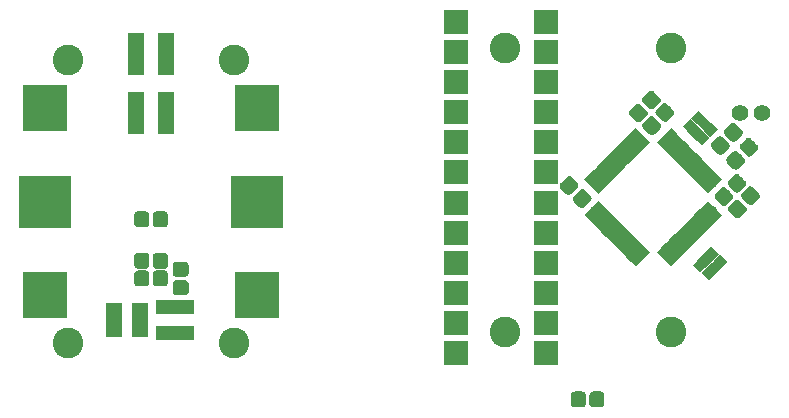
<source format=gbr>
G04 #@! TF.GenerationSoftware,KiCad,Pcbnew,(5.0.0)*
G04 #@! TF.CreationDate,2019-02-27T16:16:10+00:00*
G04 #@! TF.ProjectId,BubbleWatch,427562626C6557617463682E6B696361,rev?*
G04 #@! TF.SameCoordinates,Original*
G04 #@! TF.FileFunction,Soldermask,Top*
G04 #@! TF.FilePolarity,Negative*
%FSLAX46Y46*%
G04 Gerber Fmt 4.6, Leading zero omitted, Abs format (unit mm)*
G04 Created by KiCad (PCBNEW (5.0.0)) date 02/27/19 16:16:10*
%MOMM*%
%LPD*%
G01*
G04 APERTURE LIST*
%ADD10C,2.600000*%
%ADD11C,0.650000*%
%ADD12C,0.100000*%
%ADD13R,2.000000X2.000000*%
%ADD14C,0.720000*%
%ADD15C,1.400000*%
%ADD16R,3.700000X3.900000*%
%ADD17R,4.400000X4.400000*%
%ADD18C,1.275000*%
%ADD19R,3.300000X1.200000*%
%ADD20R,1.460000X1.050000*%
%ADD21R,1.400000X3.550000*%
G04 APERTURE END LIST*
D10*
G04 #@! TO.C,REF\002A\002A*
X148000000Y-90000000D03*
G04 #@! TD*
D11*
G04 #@! TO.C,U3*
X151544874Y-77482384D03*
D12*
G36*
X151916105Y-76651534D02*
X152375724Y-77111153D01*
X151173643Y-78313234D01*
X150714024Y-77853615D01*
X151916105Y-76651534D01*
X151916105Y-76651534D01*
G37*
D11*
X151191321Y-77128831D03*
D12*
G36*
X151562552Y-76297981D02*
X152022171Y-76757600D01*
X150820090Y-77959681D01*
X150360471Y-77500062D01*
X151562552Y-76297981D01*
X151562552Y-76297981D01*
G37*
D11*
X150837767Y-76775277D03*
D12*
G36*
X151208998Y-75944427D02*
X151668617Y-76404046D01*
X150466536Y-77606127D01*
X150006917Y-77146508D01*
X151208998Y-75944427D01*
X151208998Y-75944427D01*
G37*
D11*
X150484214Y-76421724D03*
D12*
G36*
X150855445Y-75590874D02*
X151315064Y-76050493D01*
X150112983Y-77252574D01*
X149653364Y-76792955D01*
X150855445Y-75590874D01*
X150855445Y-75590874D01*
G37*
D11*
X150130661Y-76068171D03*
D12*
G36*
X150501892Y-75237321D02*
X150961511Y-75696940D01*
X149759430Y-76899021D01*
X149299811Y-76439402D01*
X150501892Y-75237321D01*
X150501892Y-75237321D01*
G37*
D11*
X149777107Y-75714617D03*
D12*
G36*
X150148338Y-74883767D02*
X150607957Y-75343386D01*
X149405876Y-76545467D01*
X148946257Y-76085848D01*
X150148338Y-74883767D01*
X150148338Y-74883767D01*
G37*
D11*
X149423554Y-75361064D03*
D12*
G36*
X149794785Y-74530214D02*
X150254404Y-74989833D01*
X149052323Y-76191914D01*
X148592704Y-75732295D01*
X149794785Y-74530214D01*
X149794785Y-74530214D01*
G37*
D11*
X149070000Y-75007510D03*
D12*
G36*
X149441231Y-74176660D02*
X149900850Y-74636279D01*
X148698769Y-75838360D01*
X148239150Y-75378741D01*
X149441231Y-74176660D01*
X149441231Y-74176660D01*
G37*
D11*
X148716447Y-74653957D03*
D12*
G36*
X149087678Y-73823107D02*
X149547297Y-74282726D01*
X148345216Y-75484807D01*
X147885597Y-75025188D01*
X149087678Y-73823107D01*
X149087678Y-73823107D01*
G37*
D11*
X148362894Y-74300404D03*
D12*
G36*
X148734125Y-73469554D02*
X149193744Y-73929173D01*
X147991663Y-75131254D01*
X147532044Y-74671635D01*
X148734125Y-73469554D01*
X148734125Y-73469554D01*
G37*
D11*
X148009340Y-73946850D03*
D12*
G36*
X148380571Y-73116000D02*
X148840190Y-73575619D01*
X147638109Y-74777700D01*
X147178490Y-74318081D01*
X148380571Y-73116000D01*
X148380571Y-73116000D01*
G37*
D11*
X147655787Y-73593297D03*
D12*
G36*
X148027018Y-72762447D02*
X148486637Y-73222066D01*
X147284556Y-74424147D01*
X146824937Y-73964528D01*
X148027018Y-72762447D01*
X148027018Y-72762447D01*
G37*
D11*
X145393045Y-73593297D03*
D12*
G36*
X144562195Y-73222066D02*
X145021814Y-72762447D01*
X146223895Y-73964528D01*
X145764276Y-74424147D01*
X144562195Y-73222066D01*
X144562195Y-73222066D01*
G37*
D11*
X145039492Y-73946850D03*
D12*
G36*
X144208642Y-73575619D02*
X144668261Y-73116000D01*
X145870342Y-74318081D01*
X145410723Y-74777700D01*
X144208642Y-73575619D01*
X144208642Y-73575619D01*
G37*
D11*
X144685938Y-74300404D03*
D12*
G36*
X143855088Y-73929173D02*
X144314707Y-73469554D01*
X145516788Y-74671635D01*
X145057169Y-75131254D01*
X143855088Y-73929173D01*
X143855088Y-73929173D01*
G37*
D11*
X144332385Y-74653957D03*
D12*
G36*
X143501535Y-74282726D02*
X143961154Y-73823107D01*
X145163235Y-75025188D01*
X144703616Y-75484807D01*
X143501535Y-74282726D01*
X143501535Y-74282726D01*
G37*
D11*
X143978832Y-75007510D03*
D12*
G36*
X143147982Y-74636279D02*
X143607601Y-74176660D01*
X144809682Y-75378741D01*
X144350063Y-75838360D01*
X143147982Y-74636279D01*
X143147982Y-74636279D01*
G37*
D11*
X143625278Y-75361064D03*
D12*
G36*
X142794428Y-74989833D02*
X143254047Y-74530214D01*
X144456128Y-75732295D01*
X143996509Y-76191914D01*
X142794428Y-74989833D01*
X142794428Y-74989833D01*
G37*
D11*
X143271725Y-75714617D03*
D12*
G36*
X142440875Y-75343386D02*
X142900494Y-74883767D01*
X144102575Y-76085848D01*
X143642956Y-76545467D01*
X142440875Y-75343386D01*
X142440875Y-75343386D01*
G37*
D11*
X142918171Y-76068171D03*
D12*
G36*
X142087321Y-75696940D02*
X142546940Y-75237321D01*
X143749021Y-76439402D01*
X143289402Y-76899021D01*
X142087321Y-75696940D01*
X142087321Y-75696940D01*
G37*
D11*
X142564618Y-76421724D03*
D12*
G36*
X141733768Y-76050493D02*
X142193387Y-75590874D01*
X143395468Y-76792955D01*
X142935849Y-77252574D01*
X141733768Y-76050493D01*
X141733768Y-76050493D01*
G37*
D11*
X142211065Y-76775277D03*
D12*
G36*
X141380215Y-76404046D02*
X141839834Y-75944427D01*
X143041915Y-77146508D01*
X142582296Y-77606127D01*
X141380215Y-76404046D01*
X141380215Y-76404046D01*
G37*
D11*
X141857511Y-77128831D03*
D12*
G36*
X141026661Y-76757600D02*
X141486280Y-76297981D01*
X142688361Y-77500062D01*
X142228742Y-77959681D01*
X141026661Y-76757600D01*
X141026661Y-76757600D01*
G37*
D11*
X141503958Y-77482384D03*
D12*
G36*
X140673108Y-77111153D02*
X141132727Y-76651534D01*
X142334808Y-77853615D01*
X141875189Y-78313234D01*
X140673108Y-77111153D01*
X140673108Y-77111153D01*
G37*
D11*
X141503958Y-79745126D03*
D12*
G36*
X141875189Y-78914276D02*
X142334808Y-79373895D01*
X141132727Y-80575976D01*
X140673108Y-80116357D01*
X141875189Y-78914276D01*
X141875189Y-78914276D01*
G37*
D11*
X141857511Y-80098679D03*
D12*
G36*
X142228742Y-79267829D02*
X142688361Y-79727448D01*
X141486280Y-80929529D01*
X141026661Y-80469910D01*
X142228742Y-79267829D01*
X142228742Y-79267829D01*
G37*
D11*
X142211065Y-80452233D03*
D12*
G36*
X142582296Y-79621383D02*
X143041915Y-80081002D01*
X141839834Y-81283083D01*
X141380215Y-80823464D01*
X142582296Y-79621383D01*
X142582296Y-79621383D01*
G37*
D11*
X142564618Y-80805786D03*
D12*
G36*
X142935849Y-79974936D02*
X143395468Y-80434555D01*
X142193387Y-81636636D01*
X141733768Y-81177017D01*
X142935849Y-79974936D01*
X142935849Y-79974936D01*
G37*
D11*
X142918171Y-81159339D03*
D12*
G36*
X143289402Y-80328489D02*
X143749021Y-80788108D01*
X142546940Y-81990189D01*
X142087321Y-81530570D01*
X143289402Y-80328489D01*
X143289402Y-80328489D01*
G37*
D11*
X143271725Y-81512893D03*
D12*
G36*
X143642956Y-80682043D02*
X144102575Y-81141662D01*
X142900494Y-82343743D01*
X142440875Y-81884124D01*
X143642956Y-80682043D01*
X143642956Y-80682043D01*
G37*
D11*
X143625278Y-81866446D03*
D12*
G36*
X143996509Y-81035596D02*
X144456128Y-81495215D01*
X143254047Y-82697296D01*
X142794428Y-82237677D01*
X143996509Y-81035596D01*
X143996509Y-81035596D01*
G37*
D11*
X143978832Y-82220000D03*
D12*
G36*
X144350063Y-81389150D02*
X144809682Y-81848769D01*
X143607601Y-83050850D01*
X143147982Y-82591231D01*
X144350063Y-81389150D01*
X144350063Y-81389150D01*
G37*
D11*
X144332385Y-82573553D03*
D12*
G36*
X144703616Y-81742703D02*
X145163235Y-82202322D01*
X143961154Y-83404403D01*
X143501535Y-82944784D01*
X144703616Y-81742703D01*
X144703616Y-81742703D01*
G37*
D11*
X144685938Y-82927106D03*
D12*
G36*
X145057169Y-82096256D02*
X145516788Y-82555875D01*
X144314707Y-83757956D01*
X143855088Y-83298337D01*
X145057169Y-82096256D01*
X145057169Y-82096256D01*
G37*
D11*
X145039492Y-83280660D03*
D12*
G36*
X145410723Y-82449810D02*
X145870342Y-82909429D01*
X144668261Y-84111510D01*
X144208642Y-83651891D01*
X145410723Y-82449810D01*
X145410723Y-82449810D01*
G37*
D11*
X145393045Y-83634213D03*
D12*
G36*
X145764276Y-82803363D02*
X146223895Y-83262982D01*
X145021814Y-84465063D01*
X144562195Y-84005444D01*
X145764276Y-82803363D01*
X145764276Y-82803363D01*
G37*
D11*
X147655787Y-83634213D03*
D12*
G36*
X146824937Y-83262982D02*
X147284556Y-82803363D01*
X148486637Y-84005444D01*
X148027018Y-84465063D01*
X146824937Y-83262982D01*
X146824937Y-83262982D01*
G37*
D11*
X148009340Y-83280660D03*
D12*
G36*
X147178490Y-82909429D02*
X147638109Y-82449810D01*
X148840190Y-83651891D01*
X148380571Y-84111510D01*
X147178490Y-82909429D01*
X147178490Y-82909429D01*
G37*
D11*
X148362894Y-82927106D03*
D12*
G36*
X147532044Y-82555875D02*
X147991663Y-82096256D01*
X149193744Y-83298337D01*
X148734125Y-83757956D01*
X147532044Y-82555875D01*
X147532044Y-82555875D01*
G37*
D11*
X148716447Y-82573553D03*
D12*
G36*
X147885597Y-82202322D02*
X148345216Y-81742703D01*
X149547297Y-82944784D01*
X149087678Y-83404403D01*
X147885597Y-82202322D01*
X147885597Y-82202322D01*
G37*
D11*
X149070000Y-82220000D03*
D12*
G36*
X148239150Y-81848769D02*
X148698769Y-81389150D01*
X149900850Y-82591231D01*
X149441231Y-83050850D01*
X148239150Y-81848769D01*
X148239150Y-81848769D01*
G37*
D11*
X149423554Y-81866446D03*
D12*
G36*
X148592704Y-81495215D02*
X149052323Y-81035596D01*
X150254404Y-82237677D01*
X149794785Y-82697296D01*
X148592704Y-81495215D01*
X148592704Y-81495215D01*
G37*
D11*
X149777107Y-81512893D03*
D12*
G36*
X148946257Y-81141662D02*
X149405876Y-80682043D01*
X150607957Y-81884124D01*
X150148338Y-82343743D01*
X148946257Y-81141662D01*
X148946257Y-81141662D01*
G37*
D11*
X150130661Y-81159339D03*
D12*
G36*
X149299811Y-80788108D02*
X149759430Y-80328489D01*
X150961511Y-81530570D01*
X150501892Y-81990189D01*
X149299811Y-80788108D01*
X149299811Y-80788108D01*
G37*
D11*
X150484214Y-80805786D03*
D12*
G36*
X149653364Y-80434555D02*
X150112983Y-79974936D01*
X151315064Y-81177017D01*
X150855445Y-81636636D01*
X149653364Y-80434555D01*
X149653364Y-80434555D01*
G37*
D11*
X150837767Y-80452233D03*
D12*
G36*
X150006917Y-80081002D02*
X150466536Y-79621383D01*
X151668617Y-80823464D01*
X151208998Y-81283083D01*
X150006917Y-80081002D01*
X150006917Y-80081002D01*
G37*
D11*
X151191321Y-80098679D03*
D12*
G36*
X150360471Y-79727448D02*
X150820090Y-79267829D01*
X152022171Y-80469910D01*
X151562552Y-80929529D01*
X150360471Y-79727448D01*
X150360471Y-79727448D01*
G37*
D11*
X151544874Y-79745126D03*
D12*
G36*
X150714024Y-79373895D02*
X151173643Y-78914276D01*
X152375724Y-80116357D01*
X151916105Y-80575976D01*
X150714024Y-79373895D01*
X150714024Y-79373895D01*
G37*
G04 #@! TD*
D13*
G04 #@! TO.C,U2*
X129790000Y-79150000D03*
X137410000Y-91850000D03*
X129790000Y-81690000D03*
X137410000Y-89310000D03*
X129790000Y-84230000D03*
X137410000Y-86770000D03*
X129790000Y-86770000D03*
X137410000Y-84230000D03*
X129790000Y-89310000D03*
X137410000Y-81690000D03*
X129790000Y-91850000D03*
X137410000Y-79150000D03*
G04 #@! TD*
D14*
G04 #@! TO.C,RN2*
X151146446Y-85103553D03*
D12*
G36*
X150573690Y-85039913D02*
X151082806Y-84530797D01*
X151719202Y-85167193D01*
X151210086Y-85676309D01*
X150573690Y-85039913D01*
X150573690Y-85039913D01*
G37*
D14*
X151500000Y-84750000D03*
D12*
G36*
X150927244Y-84686360D02*
X151436360Y-84177244D01*
X152072756Y-84813640D01*
X151563640Y-85322756D01*
X150927244Y-84686360D01*
X150927244Y-84686360D01*
G37*
D14*
X152207106Y-84042893D03*
D12*
G36*
X151634350Y-83979253D02*
X152143466Y-83470137D01*
X152779862Y-84106533D01*
X152270746Y-84615649D01*
X151634350Y-83979253D01*
X151634350Y-83979253D01*
G37*
D14*
X151853553Y-84396447D03*
D12*
G36*
X151280797Y-84332807D02*
X151789913Y-83823691D01*
X152426309Y-84460087D01*
X151917193Y-84969203D01*
X151280797Y-84332807D01*
X151280797Y-84332807D01*
G37*
D14*
X150439340Y-84396447D03*
D12*
G36*
X149866584Y-84332807D02*
X150375700Y-83823691D01*
X151012096Y-84460087D01*
X150502980Y-84969203D01*
X149866584Y-84332807D01*
X149866584Y-84332807D01*
G37*
D14*
X151146446Y-83689340D03*
D12*
G36*
X150573690Y-83625700D02*
X151082806Y-83116584D01*
X151719202Y-83752980D01*
X151210086Y-84262096D01*
X150573690Y-83625700D01*
X150573690Y-83625700D01*
G37*
D14*
X150792893Y-84042893D03*
D12*
G36*
X150220137Y-83979253D02*
X150729253Y-83470137D01*
X151365649Y-84106533D01*
X150856533Y-84615649D01*
X150220137Y-83979253D01*
X150220137Y-83979253D01*
G37*
D14*
X151500000Y-83335787D03*
D12*
G36*
X150927244Y-83272147D02*
X151436360Y-82763031D01*
X152072756Y-83399427D01*
X151563640Y-83908543D01*
X150927244Y-83272147D01*
X150927244Y-83272147D01*
G37*
G04 #@! TD*
D15*
G04 #@! TO.C,Y1*
X153850000Y-71500000D03*
X155750000Y-71500000D03*
G04 #@! TD*
D13*
G04 #@! TO.C,U1*
X137410000Y-63750000D03*
X129790000Y-76450000D03*
X137410000Y-66290000D03*
X129790000Y-73910000D03*
X137410000Y-68830000D03*
X129790000Y-71370000D03*
X137410000Y-71370000D03*
X129790000Y-68830000D03*
X137410000Y-73910000D03*
X129790000Y-66290000D03*
X137410000Y-76450000D03*
X129790000Y-63750000D03*
G04 #@! TD*
D10*
G04 #@! TO.C,REF\002A\002A*
X134000000Y-90000000D03*
G04 #@! TD*
G04 #@! TO.C,REF\002A\002A*
X148000000Y-66000000D03*
G04 #@! TD*
G04 #@! TO.C,REF\002A\002A*
X134000000Y-66000000D03*
G04 #@! TD*
G04 #@! TO.C,REF\002A\002A*
X97000000Y-67000000D03*
G04 #@! TD*
G04 #@! TO.C,REF\002A\002A*
X111000000Y-67000000D03*
G04 #@! TD*
G04 #@! TO.C,REF\002A\002A*
X111000000Y-91000000D03*
G04 #@! TD*
G04 #@! TO.C,REF\002A\002A*
X97000000Y-91000000D03*
G04 #@! TD*
D16*
G04 #@! TO.C,BT1*
X113000000Y-86900000D03*
X113000000Y-71100000D03*
D17*
X113000000Y-79000000D03*
G04 #@! TD*
G04 #@! TO.C,BT2*
X95000000Y-79000000D03*
D16*
X95000000Y-86900000D03*
X95000000Y-71100000D03*
G04 #@! TD*
D12*
G04 #@! TO.C,C1*
G36*
X145254726Y-70705488D02*
X145285668Y-70710078D01*
X145316011Y-70717678D01*
X145345463Y-70728216D01*
X145373741Y-70741591D01*
X145400571Y-70757672D01*
X145425696Y-70776306D01*
X145448873Y-70797313D01*
X145952687Y-71301127D01*
X145973694Y-71324304D01*
X145992328Y-71349429D01*
X146008409Y-71376259D01*
X146021784Y-71404537D01*
X146032322Y-71433989D01*
X146039922Y-71464332D01*
X146044512Y-71495274D01*
X146046047Y-71526517D01*
X146044512Y-71557760D01*
X146039922Y-71588702D01*
X146032322Y-71619045D01*
X146021784Y-71648497D01*
X146008409Y-71676775D01*
X145992328Y-71703605D01*
X145973694Y-71728730D01*
X145952687Y-71751907D01*
X145501907Y-72202687D01*
X145478730Y-72223694D01*
X145453605Y-72242328D01*
X145426775Y-72258409D01*
X145398497Y-72271784D01*
X145369045Y-72282322D01*
X145338702Y-72289922D01*
X145307760Y-72294512D01*
X145276517Y-72296047D01*
X145245274Y-72294512D01*
X145214332Y-72289922D01*
X145183989Y-72282322D01*
X145154537Y-72271784D01*
X145126259Y-72258409D01*
X145099429Y-72242328D01*
X145074304Y-72223694D01*
X145051127Y-72202687D01*
X144547313Y-71698873D01*
X144526306Y-71675696D01*
X144507672Y-71650571D01*
X144491591Y-71623741D01*
X144478216Y-71595463D01*
X144467678Y-71566011D01*
X144460078Y-71535668D01*
X144455488Y-71504726D01*
X144453953Y-71473483D01*
X144455488Y-71442240D01*
X144460078Y-71411298D01*
X144467678Y-71380955D01*
X144478216Y-71351503D01*
X144491591Y-71323225D01*
X144507672Y-71296395D01*
X144526306Y-71271270D01*
X144547313Y-71248093D01*
X144998093Y-70797313D01*
X145021270Y-70776306D01*
X145046395Y-70757672D01*
X145073225Y-70741591D01*
X145101503Y-70728216D01*
X145130955Y-70717678D01*
X145161298Y-70710078D01*
X145192240Y-70705488D01*
X145223483Y-70703953D01*
X145254726Y-70705488D01*
X145254726Y-70705488D01*
G37*
D18*
X145250000Y-71500000D03*
D12*
G36*
X146368420Y-69591794D02*
X146399362Y-69596384D01*
X146429705Y-69603984D01*
X146459157Y-69614522D01*
X146487435Y-69627897D01*
X146514265Y-69643978D01*
X146539390Y-69662612D01*
X146562567Y-69683619D01*
X147066381Y-70187433D01*
X147087388Y-70210610D01*
X147106022Y-70235735D01*
X147122103Y-70262565D01*
X147135478Y-70290843D01*
X147146016Y-70320295D01*
X147153616Y-70350638D01*
X147158206Y-70381580D01*
X147159741Y-70412823D01*
X147158206Y-70444066D01*
X147153616Y-70475008D01*
X147146016Y-70505351D01*
X147135478Y-70534803D01*
X147122103Y-70563081D01*
X147106022Y-70589911D01*
X147087388Y-70615036D01*
X147066381Y-70638213D01*
X146615601Y-71088993D01*
X146592424Y-71110000D01*
X146567299Y-71128634D01*
X146540469Y-71144715D01*
X146512191Y-71158090D01*
X146482739Y-71168628D01*
X146452396Y-71176228D01*
X146421454Y-71180818D01*
X146390211Y-71182353D01*
X146358968Y-71180818D01*
X146328026Y-71176228D01*
X146297683Y-71168628D01*
X146268231Y-71158090D01*
X146239953Y-71144715D01*
X146213123Y-71128634D01*
X146187998Y-71110000D01*
X146164821Y-71088993D01*
X145661007Y-70585179D01*
X145640000Y-70562002D01*
X145621366Y-70536877D01*
X145605285Y-70510047D01*
X145591910Y-70481769D01*
X145581372Y-70452317D01*
X145573772Y-70421974D01*
X145569182Y-70391032D01*
X145567647Y-70359789D01*
X145569182Y-70328546D01*
X145573772Y-70297604D01*
X145581372Y-70267261D01*
X145591910Y-70237809D01*
X145605285Y-70209531D01*
X145621366Y-70182701D01*
X145640000Y-70157576D01*
X145661007Y-70134399D01*
X146111787Y-69683619D01*
X146134964Y-69662612D01*
X146160089Y-69643978D01*
X146186919Y-69627897D01*
X146215197Y-69614522D01*
X146244649Y-69603984D01*
X146274992Y-69596384D01*
X146305934Y-69591794D01*
X146337177Y-69590259D01*
X146368420Y-69591794D01*
X146368420Y-69591794D01*
G37*
D18*
X146363694Y-70386306D03*
G04 #@! TD*
D12*
G04 #@! TO.C,C2*
G36*
X153641032Y-78819182D02*
X153671974Y-78823772D01*
X153702317Y-78831372D01*
X153731769Y-78841910D01*
X153760047Y-78855285D01*
X153786877Y-78871366D01*
X153812002Y-78890000D01*
X153835179Y-78911007D01*
X154338993Y-79414821D01*
X154360000Y-79437998D01*
X154378634Y-79463123D01*
X154394715Y-79489953D01*
X154408090Y-79518231D01*
X154418628Y-79547683D01*
X154426228Y-79578026D01*
X154430818Y-79608968D01*
X154432353Y-79640211D01*
X154430818Y-79671454D01*
X154426228Y-79702396D01*
X154418628Y-79732739D01*
X154408090Y-79762191D01*
X154394715Y-79790469D01*
X154378634Y-79817299D01*
X154360000Y-79842424D01*
X154338993Y-79865601D01*
X153888213Y-80316381D01*
X153865036Y-80337388D01*
X153839911Y-80356022D01*
X153813081Y-80372103D01*
X153784803Y-80385478D01*
X153755351Y-80396016D01*
X153725008Y-80403616D01*
X153694066Y-80408206D01*
X153662823Y-80409741D01*
X153631580Y-80408206D01*
X153600638Y-80403616D01*
X153570295Y-80396016D01*
X153540843Y-80385478D01*
X153512565Y-80372103D01*
X153485735Y-80356022D01*
X153460610Y-80337388D01*
X153437433Y-80316381D01*
X152933619Y-79812567D01*
X152912612Y-79789390D01*
X152893978Y-79764265D01*
X152877897Y-79737435D01*
X152864522Y-79709157D01*
X152853984Y-79679705D01*
X152846384Y-79649362D01*
X152841794Y-79618420D01*
X152840259Y-79587177D01*
X152841794Y-79555934D01*
X152846384Y-79524992D01*
X152853984Y-79494649D01*
X152864522Y-79465197D01*
X152877897Y-79436919D01*
X152893978Y-79410089D01*
X152912612Y-79384964D01*
X152933619Y-79361787D01*
X153384399Y-78911007D01*
X153407576Y-78890000D01*
X153432701Y-78871366D01*
X153459531Y-78855285D01*
X153487809Y-78841910D01*
X153517261Y-78831372D01*
X153547604Y-78823772D01*
X153578546Y-78819182D01*
X153609789Y-78817647D01*
X153641032Y-78819182D01*
X153641032Y-78819182D01*
G37*
D18*
X153636306Y-79613694D03*
D12*
G36*
X154754726Y-77705488D02*
X154785668Y-77710078D01*
X154816011Y-77717678D01*
X154845463Y-77728216D01*
X154873741Y-77741591D01*
X154900571Y-77757672D01*
X154925696Y-77776306D01*
X154948873Y-77797313D01*
X155452687Y-78301127D01*
X155473694Y-78324304D01*
X155492328Y-78349429D01*
X155508409Y-78376259D01*
X155521784Y-78404537D01*
X155532322Y-78433989D01*
X155539922Y-78464332D01*
X155544512Y-78495274D01*
X155546047Y-78526517D01*
X155544512Y-78557760D01*
X155539922Y-78588702D01*
X155532322Y-78619045D01*
X155521784Y-78648497D01*
X155508409Y-78676775D01*
X155492328Y-78703605D01*
X155473694Y-78728730D01*
X155452687Y-78751907D01*
X155001907Y-79202687D01*
X154978730Y-79223694D01*
X154953605Y-79242328D01*
X154926775Y-79258409D01*
X154898497Y-79271784D01*
X154869045Y-79282322D01*
X154838702Y-79289922D01*
X154807760Y-79294512D01*
X154776517Y-79296047D01*
X154745274Y-79294512D01*
X154714332Y-79289922D01*
X154683989Y-79282322D01*
X154654537Y-79271784D01*
X154626259Y-79258409D01*
X154599429Y-79242328D01*
X154574304Y-79223694D01*
X154551127Y-79202687D01*
X154047313Y-78698873D01*
X154026306Y-78675696D01*
X154007672Y-78650571D01*
X153991591Y-78623741D01*
X153978216Y-78595463D01*
X153967678Y-78566011D01*
X153960078Y-78535668D01*
X153955488Y-78504726D01*
X153953953Y-78473483D01*
X153955488Y-78442240D01*
X153960078Y-78411298D01*
X153967678Y-78380955D01*
X153978216Y-78351503D01*
X153991591Y-78323225D01*
X154007672Y-78296395D01*
X154026306Y-78271270D01*
X154047313Y-78248093D01*
X154498093Y-77797313D01*
X154521270Y-77776306D01*
X154546395Y-77757672D01*
X154573225Y-77741591D01*
X154601503Y-77728216D01*
X154630955Y-77717678D01*
X154661298Y-77710078D01*
X154692240Y-77705488D01*
X154723483Y-77703953D01*
X154754726Y-77705488D01*
X154754726Y-77705488D01*
G37*
D18*
X154750000Y-78500000D03*
G04 #@! TD*
D12*
G04 #@! TO.C,C3*
G36*
X139444066Y-76841794D02*
X139475008Y-76846384D01*
X139505351Y-76853984D01*
X139534803Y-76864522D01*
X139563081Y-76877897D01*
X139589911Y-76893978D01*
X139615036Y-76912612D01*
X139638213Y-76933619D01*
X140088993Y-77384399D01*
X140110000Y-77407576D01*
X140128634Y-77432701D01*
X140144715Y-77459531D01*
X140158090Y-77487809D01*
X140168628Y-77517261D01*
X140176228Y-77547604D01*
X140180818Y-77578546D01*
X140182353Y-77609789D01*
X140180818Y-77641032D01*
X140176228Y-77671974D01*
X140168628Y-77702317D01*
X140158090Y-77731769D01*
X140144715Y-77760047D01*
X140128634Y-77786877D01*
X140110000Y-77812002D01*
X140088993Y-77835179D01*
X139585179Y-78338993D01*
X139562002Y-78360000D01*
X139536877Y-78378634D01*
X139510047Y-78394715D01*
X139481769Y-78408090D01*
X139452317Y-78418628D01*
X139421974Y-78426228D01*
X139391032Y-78430818D01*
X139359789Y-78432353D01*
X139328546Y-78430818D01*
X139297604Y-78426228D01*
X139267261Y-78418628D01*
X139237809Y-78408090D01*
X139209531Y-78394715D01*
X139182701Y-78378634D01*
X139157576Y-78360000D01*
X139134399Y-78338993D01*
X138683619Y-77888213D01*
X138662612Y-77865036D01*
X138643978Y-77839911D01*
X138627897Y-77813081D01*
X138614522Y-77784803D01*
X138603984Y-77755351D01*
X138596384Y-77725008D01*
X138591794Y-77694066D01*
X138590259Y-77662823D01*
X138591794Y-77631580D01*
X138596384Y-77600638D01*
X138603984Y-77570295D01*
X138614522Y-77540843D01*
X138627897Y-77512565D01*
X138643978Y-77485735D01*
X138662612Y-77460610D01*
X138683619Y-77437433D01*
X139187433Y-76933619D01*
X139210610Y-76912612D01*
X139235735Y-76893978D01*
X139262565Y-76877897D01*
X139290843Y-76864522D01*
X139320295Y-76853984D01*
X139350638Y-76846384D01*
X139381580Y-76841794D01*
X139412823Y-76840259D01*
X139444066Y-76841794D01*
X139444066Y-76841794D01*
G37*
D18*
X139386306Y-77636306D03*
D12*
G36*
X140557760Y-77955488D02*
X140588702Y-77960078D01*
X140619045Y-77967678D01*
X140648497Y-77978216D01*
X140676775Y-77991591D01*
X140703605Y-78007672D01*
X140728730Y-78026306D01*
X140751907Y-78047313D01*
X141202687Y-78498093D01*
X141223694Y-78521270D01*
X141242328Y-78546395D01*
X141258409Y-78573225D01*
X141271784Y-78601503D01*
X141282322Y-78630955D01*
X141289922Y-78661298D01*
X141294512Y-78692240D01*
X141296047Y-78723483D01*
X141294512Y-78754726D01*
X141289922Y-78785668D01*
X141282322Y-78816011D01*
X141271784Y-78845463D01*
X141258409Y-78873741D01*
X141242328Y-78900571D01*
X141223694Y-78925696D01*
X141202687Y-78948873D01*
X140698873Y-79452687D01*
X140675696Y-79473694D01*
X140650571Y-79492328D01*
X140623741Y-79508409D01*
X140595463Y-79521784D01*
X140566011Y-79532322D01*
X140535668Y-79539922D01*
X140504726Y-79544512D01*
X140473483Y-79546047D01*
X140442240Y-79544512D01*
X140411298Y-79539922D01*
X140380955Y-79532322D01*
X140351503Y-79521784D01*
X140323225Y-79508409D01*
X140296395Y-79492328D01*
X140271270Y-79473694D01*
X140248093Y-79452687D01*
X139797313Y-79001907D01*
X139776306Y-78978730D01*
X139757672Y-78953605D01*
X139741591Y-78926775D01*
X139728216Y-78898497D01*
X139717678Y-78869045D01*
X139710078Y-78838702D01*
X139705488Y-78807760D01*
X139703953Y-78776517D01*
X139705488Y-78745274D01*
X139710078Y-78714332D01*
X139717678Y-78683989D01*
X139728216Y-78654537D01*
X139741591Y-78626259D01*
X139757672Y-78599429D01*
X139776306Y-78574304D01*
X139797313Y-78551127D01*
X140301127Y-78047313D01*
X140324304Y-78026306D01*
X140349429Y-78007672D01*
X140376259Y-77991591D01*
X140404537Y-77978216D01*
X140433989Y-77967678D01*
X140464332Y-77960078D01*
X140495274Y-77955488D01*
X140526517Y-77953953D01*
X140557760Y-77955488D01*
X140557760Y-77955488D01*
G37*
D18*
X140500000Y-78750000D03*
G04 #@! TD*
D12*
G04 #@! TO.C,C4*
G36*
X146391032Y-71762335D02*
X146421974Y-71766925D01*
X146452317Y-71774525D01*
X146481769Y-71785063D01*
X146510047Y-71798438D01*
X146536877Y-71814519D01*
X146562002Y-71833153D01*
X146585179Y-71854160D01*
X147088993Y-72357974D01*
X147110000Y-72381151D01*
X147128634Y-72406276D01*
X147144715Y-72433106D01*
X147158090Y-72461384D01*
X147168628Y-72490836D01*
X147176228Y-72521179D01*
X147180818Y-72552121D01*
X147182353Y-72583364D01*
X147180818Y-72614607D01*
X147176228Y-72645549D01*
X147168628Y-72675892D01*
X147158090Y-72705344D01*
X147144715Y-72733622D01*
X147128634Y-72760452D01*
X147110000Y-72785577D01*
X147088993Y-72808754D01*
X146638213Y-73259534D01*
X146615036Y-73280541D01*
X146589911Y-73299175D01*
X146563081Y-73315256D01*
X146534803Y-73328631D01*
X146505351Y-73339169D01*
X146475008Y-73346769D01*
X146444066Y-73351359D01*
X146412823Y-73352894D01*
X146381580Y-73351359D01*
X146350638Y-73346769D01*
X146320295Y-73339169D01*
X146290843Y-73328631D01*
X146262565Y-73315256D01*
X146235735Y-73299175D01*
X146210610Y-73280541D01*
X146187433Y-73259534D01*
X145683619Y-72755720D01*
X145662612Y-72732543D01*
X145643978Y-72707418D01*
X145627897Y-72680588D01*
X145614522Y-72652310D01*
X145603984Y-72622858D01*
X145596384Y-72592515D01*
X145591794Y-72561573D01*
X145590259Y-72530330D01*
X145591794Y-72499087D01*
X145596384Y-72468145D01*
X145603984Y-72437802D01*
X145614522Y-72408350D01*
X145627897Y-72380072D01*
X145643978Y-72353242D01*
X145662612Y-72328117D01*
X145683619Y-72304940D01*
X146134399Y-71854160D01*
X146157576Y-71833153D01*
X146182701Y-71814519D01*
X146209531Y-71798438D01*
X146237809Y-71785063D01*
X146267261Y-71774525D01*
X146297604Y-71766925D01*
X146328546Y-71762335D01*
X146359789Y-71760800D01*
X146391032Y-71762335D01*
X146391032Y-71762335D01*
G37*
D18*
X146386306Y-72556847D03*
D12*
G36*
X147504726Y-70648641D02*
X147535668Y-70653231D01*
X147566011Y-70660831D01*
X147595463Y-70671369D01*
X147623741Y-70684744D01*
X147650571Y-70700825D01*
X147675696Y-70719459D01*
X147698873Y-70740466D01*
X148202687Y-71244280D01*
X148223694Y-71267457D01*
X148242328Y-71292582D01*
X148258409Y-71319412D01*
X148271784Y-71347690D01*
X148282322Y-71377142D01*
X148289922Y-71407485D01*
X148294512Y-71438427D01*
X148296047Y-71469670D01*
X148294512Y-71500913D01*
X148289922Y-71531855D01*
X148282322Y-71562198D01*
X148271784Y-71591650D01*
X148258409Y-71619928D01*
X148242328Y-71646758D01*
X148223694Y-71671883D01*
X148202687Y-71695060D01*
X147751907Y-72145840D01*
X147728730Y-72166847D01*
X147703605Y-72185481D01*
X147676775Y-72201562D01*
X147648497Y-72214937D01*
X147619045Y-72225475D01*
X147588702Y-72233075D01*
X147557760Y-72237665D01*
X147526517Y-72239200D01*
X147495274Y-72237665D01*
X147464332Y-72233075D01*
X147433989Y-72225475D01*
X147404537Y-72214937D01*
X147376259Y-72201562D01*
X147349429Y-72185481D01*
X147324304Y-72166847D01*
X147301127Y-72145840D01*
X146797313Y-71642026D01*
X146776306Y-71618849D01*
X146757672Y-71593724D01*
X146741591Y-71566894D01*
X146728216Y-71538616D01*
X146717678Y-71509164D01*
X146710078Y-71478821D01*
X146705488Y-71447879D01*
X146703953Y-71416636D01*
X146705488Y-71385393D01*
X146710078Y-71354451D01*
X146717678Y-71324108D01*
X146728216Y-71294656D01*
X146741591Y-71266378D01*
X146757672Y-71239548D01*
X146776306Y-71214423D01*
X146797313Y-71191246D01*
X147248093Y-70740466D01*
X147271270Y-70719459D01*
X147296395Y-70700825D01*
X147323225Y-70684744D01*
X147351503Y-70671369D01*
X147380955Y-70660831D01*
X147411298Y-70653231D01*
X147442240Y-70648641D01*
X147473483Y-70647106D01*
X147504726Y-70648641D01*
X147504726Y-70648641D01*
G37*
D18*
X147500000Y-71443153D03*
G04 #@! TD*
D12*
G04 #@! TO.C,C5*
G36*
X153618420Y-76648641D02*
X153649362Y-76653231D01*
X153679705Y-76660831D01*
X153709157Y-76671369D01*
X153737435Y-76684744D01*
X153764265Y-76700825D01*
X153789390Y-76719459D01*
X153812567Y-76740466D01*
X154316381Y-77244280D01*
X154337388Y-77267457D01*
X154356022Y-77292582D01*
X154372103Y-77319412D01*
X154385478Y-77347690D01*
X154396016Y-77377142D01*
X154403616Y-77407485D01*
X154408206Y-77438427D01*
X154409741Y-77469670D01*
X154408206Y-77500913D01*
X154403616Y-77531855D01*
X154396016Y-77562198D01*
X154385478Y-77591650D01*
X154372103Y-77619928D01*
X154356022Y-77646758D01*
X154337388Y-77671883D01*
X154316381Y-77695060D01*
X153865601Y-78145840D01*
X153842424Y-78166847D01*
X153817299Y-78185481D01*
X153790469Y-78201562D01*
X153762191Y-78214937D01*
X153732739Y-78225475D01*
X153702396Y-78233075D01*
X153671454Y-78237665D01*
X153640211Y-78239200D01*
X153608968Y-78237665D01*
X153578026Y-78233075D01*
X153547683Y-78225475D01*
X153518231Y-78214937D01*
X153489953Y-78201562D01*
X153463123Y-78185481D01*
X153437998Y-78166847D01*
X153414821Y-78145840D01*
X152911007Y-77642026D01*
X152890000Y-77618849D01*
X152871366Y-77593724D01*
X152855285Y-77566894D01*
X152841910Y-77538616D01*
X152831372Y-77509164D01*
X152823772Y-77478821D01*
X152819182Y-77447879D01*
X152817647Y-77416636D01*
X152819182Y-77385393D01*
X152823772Y-77354451D01*
X152831372Y-77324108D01*
X152841910Y-77294656D01*
X152855285Y-77266378D01*
X152871366Y-77239548D01*
X152890000Y-77214423D01*
X152911007Y-77191246D01*
X153361787Y-76740466D01*
X153384964Y-76719459D01*
X153410089Y-76700825D01*
X153436919Y-76684744D01*
X153465197Y-76671369D01*
X153494649Y-76660831D01*
X153524992Y-76653231D01*
X153555934Y-76648641D01*
X153587177Y-76647106D01*
X153618420Y-76648641D01*
X153618420Y-76648641D01*
G37*
D18*
X153613694Y-77443153D03*
D12*
G36*
X152504726Y-77762335D02*
X152535668Y-77766925D01*
X152566011Y-77774525D01*
X152595463Y-77785063D01*
X152623741Y-77798438D01*
X152650571Y-77814519D01*
X152675696Y-77833153D01*
X152698873Y-77854160D01*
X153202687Y-78357974D01*
X153223694Y-78381151D01*
X153242328Y-78406276D01*
X153258409Y-78433106D01*
X153271784Y-78461384D01*
X153282322Y-78490836D01*
X153289922Y-78521179D01*
X153294512Y-78552121D01*
X153296047Y-78583364D01*
X153294512Y-78614607D01*
X153289922Y-78645549D01*
X153282322Y-78675892D01*
X153271784Y-78705344D01*
X153258409Y-78733622D01*
X153242328Y-78760452D01*
X153223694Y-78785577D01*
X153202687Y-78808754D01*
X152751907Y-79259534D01*
X152728730Y-79280541D01*
X152703605Y-79299175D01*
X152676775Y-79315256D01*
X152648497Y-79328631D01*
X152619045Y-79339169D01*
X152588702Y-79346769D01*
X152557760Y-79351359D01*
X152526517Y-79352894D01*
X152495274Y-79351359D01*
X152464332Y-79346769D01*
X152433989Y-79339169D01*
X152404537Y-79328631D01*
X152376259Y-79315256D01*
X152349429Y-79299175D01*
X152324304Y-79280541D01*
X152301127Y-79259534D01*
X151797313Y-78755720D01*
X151776306Y-78732543D01*
X151757672Y-78707418D01*
X151741591Y-78680588D01*
X151728216Y-78652310D01*
X151717678Y-78622858D01*
X151710078Y-78592515D01*
X151705488Y-78561573D01*
X151703953Y-78530330D01*
X151705488Y-78499087D01*
X151710078Y-78468145D01*
X151717678Y-78437802D01*
X151728216Y-78408350D01*
X151741591Y-78380072D01*
X151757672Y-78353242D01*
X151776306Y-78328117D01*
X151797313Y-78304940D01*
X152248093Y-77854160D01*
X152271270Y-77833153D01*
X152296395Y-77814519D01*
X152323225Y-77798438D01*
X152351503Y-77785063D01*
X152380955Y-77774525D01*
X152411298Y-77766925D01*
X152442240Y-77762335D01*
X152473483Y-77760800D01*
X152504726Y-77762335D01*
X152504726Y-77762335D01*
G37*
D18*
X152500000Y-78556847D03*
G04 #@! TD*
D12*
G04 #@! TO.C,C6*
G36*
X153504726Y-74705488D02*
X153535668Y-74710078D01*
X153566011Y-74717678D01*
X153595463Y-74728216D01*
X153623741Y-74741591D01*
X153650571Y-74757672D01*
X153675696Y-74776306D01*
X153698873Y-74797313D01*
X154202687Y-75301127D01*
X154223694Y-75324304D01*
X154242328Y-75349429D01*
X154258409Y-75376259D01*
X154271784Y-75404537D01*
X154282322Y-75433989D01*
X154289922Y-75464332D01*
X154294512Y-75495274D01*
X154296047Y-75526517D01*
X154294512Y-75557760D01*
X154289922Y-75588702D01*
X154282322Y-75619045D01*
X154271784Y-75648497D01*
X154258409Y-75676775D01*
X154242328Y-75703605D01*
X154223694Y-75728730D01*
X154202687Y-75751907D01*
X153751907Y-76202687D01*
X153728730Y-76223694D01*
X153703605Y-76242328D01*
X153676775Y-76258409D01*
X153648497Y-76271784D01*
X153619045Y-76282322D01*
X153588702Y-76289922D01*
X153557760Y-76294512D01*
X153526517Y-76296047D01*
X153495274Y-76294512D01*
X153464332Y-76289922D01*
X153433989Y-76282322D01*
X153404537Y-76271784D01*
X153376259Y-76258409D01*
X153349429Y-76242328D01*
X153324304Y-76223694D01*
X153301127Y-76202687D01*
X152797313Y-75698873D01*
X152776306Y-75675696D01*
X152757672Y-75650571D01*
X152741591Y-75623741D01*
X152728216Y-75595463D01*
X152717678Y-75566011D01*
X152710078Y-75535668D01*
X152705488Y-75504726D01*
X152703953Y-75473483D01*
X152705488Y-75442240D01*
X152710078Y-75411298D01*
X152717678Y-75380955D01*
X152728216Y-75351503D01*
X152741591Y-75323225D01*
X152757672Y-75296395D01*
X152776306Y-75271270D01*
X152797313Y-75248093D01*
X153248093Y-74797313D01*
X153271270Y-74776306D01*
X153296395Y-74757672D01*
X153323225Y-74741591D01*
X153351503Y-74728216D01*
X153380955Y-74717678D01*
X153411298Y-74710078D01*
X153442240Y-74705488D01*
X153473483Y-74703953D01*
X153504726Y-74705488D01*
X153504726Y-74705488D01*
G37*
D18*
X153500000Y-75500000D03*
D12*
G36*
X154618420Y-73591794D02*
X154649362Y-73596384D01*
X154679705Y-73603984D01*
X154709157Y-73614522D01*
X154737435Y-73627897D01*
X154764265Y-73643978D01*
X154789390Y-73662612D01*
X154812567Y-73683619D01*
X155316381Y-74187433D01*
X155337388Y-74210610D01*
X155356022Y-74235735D01*
X155372103Y-74262565D01*
X155385478Y-74290843D01*
X155396016Y-74320295D01*
X155403616Y-74350638D01*
X155408206Y-74381580D01*
X155409741Y-74412823D01*
X155408206Y-74444066D01*
X155403616Y-74475008D01*
X155396016Y-74505351D01*
X155385478Y-74534803D01*
X155372103Y-74563081D01*
X155356022Y-74589911D01*
X155337388Y-74615036D01*
X155316381Y-74638213D01*
X154865601Y-75088993D01*
X154842424Y-75110000D01*
X154817299Y-75128634D01*
X154790469Y-75144715D01*
X154762191Y-75158090D01*
X154732739Y-75168628D01*
X154702396Y-75176228D01*
X154671454Y-75180818D01*
X154640211Y-75182353D01*
X154608968Y-75180818D01*
X154578026Y-75176228D01*
X154547683Y-75168628D01*
X154518231Y-75158090D01*
X154489953Y-75144715D01*
X154463123Y-75128634D01*
X154437998Y-75110000D01*
X154414821Y-75088993D01*
X153911007Y-74585179D01*
X153890000Y-74562002D01*
X153871366Y-74536877D01*
X153855285Y-74510047D01*
X153841910Y-74481769D01*
X153831372Y-74452317D01*
X153823772Y-74421974D01*
X153819182Y-74391032D01*
X153817647Y-74359789D01*
X153819182Y-74328546D01*
X153823772Y-74297604D01*
X153831372Y-74267261D01*
X153841910Y-74237809D01*
X153855285Y-74209531D01*
X153871366Y-74182701D01*
X153890000Y-74157576D01*
X153911007Y-74134399D01*
X154361787Y-73683619D01*
X154384964Y-73662612D01*
X154410089Y-73643978D01*
X154436919Y-73627897D01*
X154465197Y-73614522D01*
X154494649Y-73603984D01*
X154524992Y-73596384D01*
X154555934Y-73591794D01*
X154587177Y-73590259D01*
X154618420Y-73591794D01*
X154618420Y-73591794D01*
G37*
D18*
X154613694Y-74386306D03*
G04 #@! TD*
D12*
G04 #@! TO.C,C7*
G36*
X106887493Y-85651535D02*
X106918435Y-85656125D01*
X106948778Y-85663725D01*
X106978230Y-85674263D01*
X107006508Y-85687638D01*
X107033338Y-85703719D01*
X107058463Y-85722353D01*
X107081640Y-85743360D01*
X107102647Y-85766537D01*
X107121281Y-85791662D01*
X107137362Y-85818492D01*
X107150737Y-85846770D01*
X107161275Y-85876222D01*
X107168875Y-85906565D01*
X107173465Y-85937507D01*
X107175000Y-85968750D01*
X107175000Y-86606250D01*
X107173465Y-86637493D01*
X107168875Y-86668435D01*
X107161275Y-86698778D01*
X107150737Y-86728230D01*
X107137362Y-86756508D01*
X107121281Y-86783338D01*
X107102647Y-86808463D01*
X107081640Y-86831640D01*
X107058463Y-86852647D01*
X107033338Y-86871281D01*
X107006508Y-86887362D01*
X106978230Y-86900737D01*
X106948778Y-86911275D01*
X106918435Y-86918875D01*
X106887493Y-86923465D01*
X106856250Y-86925000D01*
X106143750Y-86925000D01*
X106112507Y-86923465D01*
X106081565Y-86918875D01*
X106051222Y-86911275D01*
X106021770Y-86900737D01*
X105993492Y-86887362D01*
X105966662Y-86871281D01*
X105941537Y-86852647D01*
X105918360Y-86831640D01*
X105897353Y-86808463D01*
X105878719Y-86783338D01*
X105862638Y-86756508D01*
X105849263Y-86728230D01*
X105838725Y-86698778D01*
X105831125Y-86668435D01*
X105826535Y-86637493D01*
X105825000Y-86606250D01*
X105825000Y-85968750D01*
X105826535Y-85937507D01*
X105831125Y-85906565D01*
X105838725Y-85876222D01*
X105849263Y-85846770D01*
X105862638Y-85818492D01*
X105878719Y-85791662D01*
X105897353Y-85766537D01*
X105918360Y-85743360D01*
X105941537Y-85722353D01*
X105966662Y-85703719D01*
X105993492Y-85687638D01*
X106021770Y-85674263D01*
X106051222Y-85663725D01*
X106081565Y-85656125D01*
X106112507Y-85651535D01*
X106143750Y-85650000D01*
X106856250Y-85650000D01*
X106887493Y-85651535D01*
X106887493Y-85651535D01*
G37*
D18*
X106500000Y-86287500D03*
D12*
G36*
X106887493Y-84076535D02*
X106918435Y-84081125D01*
X106948778Y-84088725D01*
X106978230Y-84099263D01*
X107006508Y-84112638D01*
X107033338Y-84128719D01*
X107058463Y-84147353D01*
X107081640Y-84168360D01*
X107102647Y-84191537D01*
X107121281Y-84216662D01*
X107137362Y-84243492D01*
X107150737Y-84271770D01*
X107161275Y-84301222D01*
X107168875Y-84331565D01*
X107173465Y-84362507D01*
X107175000Y-84393750D01*
X107175000Y-85031250D01*
X107173465Y-85062493D01*
X107168875Y-85093435D01*
X107161275Y-85123778D01*
X107150737Y-85153230D01*
X107137362Y-85181508D01*
X107121281Y-85208338D01*
X107102647Y-85233463D01*
X107081640Y-85256640D01*
X107058463Y-85277647D01*
X107033338Y-85296281D01*
X107006508Y-85312362D01*
X106978230Y-85325737D01*
X106948778Y-85336275D01*
X106918435Y-85343875D01*
X106887493Y-85348465D01*
X106856250Y-85350000D01*
X106143750Y-85350000D01*
X106112507Y-85348465D01*
X106081565Y-85343875D01*
X106051222Y-85336275D01*
X106021770Y-85325737D01*
X105993492Y-85312362D01*
X105966662Y-85296281D01*
X105941537Y-85277647D01*
X105918360Y-85256640D01*
X105897353Y-85233463D01*
X105878719Y-85208338D01*
X105862638Y-85181508D01*
X105849263Y-85153230D01*
X105838725Y-85123778D01*
X105831125Y-85093435D01*
X105826535Y-85062493D01*
X105825000Y-85031250D01*
X105825000Y-84393750D01*
X105826535Y-84362507D01*
X105831125Y-84331565D01*
X105838725Y-84301222D01*
X105849263Y-84271770D01*
X105862638Y-84243492D01*
X105878719Y-84216662D01*
X105897353Y-84191537D01*
X105918360Y-84168360D01*
X105941537Y-84147353D01*
X105966662Y-84128719D01*
X105993492Y-84112638D01*
X106021770Y-84099263D01*
X106051222Y-84088725D01*
X106081565Y-84081125D01*
X106112507Y-84076535D01*
X106143750Y-84075000D01*
X106856250Y-84075000D01*
X106887493Y-84076535D01*
X106887493Y-84076535D01*
G37*
D18*
X106500000Y-84712500D03*
G04 #@! TD*
D12*
G04 #@! TO.C,C8*
G36*
X153311573Y-72341794D02*
X153342515Y-72346384D01*
X153372858Y-72353984D01*
X153402310Y-72364522D01*
X153430588Y-72377897D01*
X153457418Y-72393978D01*
X153482543Y-72412612D01*
X153505720Y-72433619D01*
X154009534Y-72937433D01*
X154030541Y-72960610D01*
X154049175Y-72985735D01*
X154065256Y-73012565D01*
X154078631Y-73040843D01*
X154089169Y-73070295D01*
X154096769Y-73100638D01*
X154101359Y-73131580D01*
X154102894Y-73162823D01*
X154101359Y-73194066D01*
X154096769Y-73225008D01*
X154089169Y-73255351D01*
X154078631Y-73284803D01*
X154065256Y-73313081D01*
X154049175Y-73339911D01*
X154030541Y-73365036D01*
X154009534Y-73388213D01*
X153558754Y-73838993D01*
X153535577Y-73860000D01*
X153510452Y-73878634D01*
X153483622Y-73894715D01*
X153455344Y-73908090D01*
X153425892Y-73918628D01*
X153395549Y-73926228D01*
X153364607Y-73930818D01*
X153333364Y-73932353D01*
X153302121Y-73930818D01*
X153271179Y-73926228D01*
X153240836Y-73918628D01*
X153211384Y-73908090D01*
X153183106Y-73894715D01*
X153156276Y-73878634D01*
X153131151Y-73860000D01*
X153107974Y-73838993D01*
X152604160Y-73335179D01*
X152583153Y-73312002D01*
X152564519Y-73286877D01*
X152548438Y-73260047D01*
X152535063Y-73231769D01*
X152524525Y-73202317D01*
X152516925Y-73171974D01*
X152512335Y-73141032D01*
X152510800Y-73109789D01*
X152512335Y-73078546D01*
X152516925Y-73047604D01*
X152524525Y-73017261D01*
X152535063Y-72987809D01*
X152548438Y-72959531D01*
X152564519Y-72932701D01*
X152583153Y-72907576D01*
X152604160Y-72884399D01*
X153054940Y-72433619D01*
X153078117Y-72412612D01*
X153103242Y-72393978D01*
X153130072Y-72377897D01*
X153158350Y-72364522D01*
X153187802Y-72353984D01*
X153218145Y-72346384D01*
X153249087Y-72341794D01*
X153280330Y-72340259D01*
X153311573Y-72341794D01*
X153311573Y-72341794D01*
G37*
D18*
X153306847Y-73136306D03*
D12*
G36*
X152197879Y-73455488D02*
X152228821Y-73460078D01*
X152259164Y-73467678D01*
X152288616Y-73478216D01*
X152316894Y-73491591D01*
X152343724Y-73507672D01*
X152368849Y-73526306D01*
X152392026Y-73547313D01*
X152895840Y-74051127D01*
X152916847Y-74074304D01*
X152935481Y-74099429D01*
X152951562Y-74126259D01*
X152964937Y-74154537D01*
X152975475Y-74183989D01*
X152983075Y-74214332D01*
X152987665Y-74245274D01*
X152989200Y-74276517D01*
X152987665Y-74307760D01*
X152983075Y-74338702D01*
X152975475Y-74369045D01*
X152964937Y-74398497D01*
X152951562Y-74426775D01*
X152935481Y-74453605D01*
X152916847Y-74478730D01*
X152895840Y-74501907D01*
X152445060Y-74952687D01*
X152421883Y-74973694D01*
X152396758Y-74992328D01*
X152369928Y-75008409D01*
X152341650Y-75021784D01*
X152312198Y-75032322D01*
X152281855Y-75039922D01*
X152250913Y-75044512D01*
X152219670Y-75046047D01*
X152188427Y-75044512D01*
X152157485Y-75039922D01*
X152127142Y-75032322D01*
X152097690Y-75021784D01*
X152069412Y-75008409D01*
X152042582Y-74992328D01*
X152017457Y-74973694D01*
X151994280Y-74952687D01*
X151490466Y-74448873D01*
X151469459Y-74425696D01*
X151450825Y-74400571D01*
X151434744Y-74373741D01*
X151421369Y-74345463D01*
X151410831Y-74316011D01*
X151403231Y-74285668D01*
X151398641Y-74254726D01*
X151397106Y-74223483D01*
X151398641Y-74192240D01*
X151403231Y-74161298D01*
X151410831Y-74130955D01*
X151421369Y-74101503D01*
X151434744Y-74073225D01*
X151450825Y-74046395D01*
X151469459Y-74021270D01*
X151490466Y-73998093D01*
X151941246Y-73547313D01*
X151964423Y-73526306D01*
X151989548Y-73507672D01*
X152016378Y-73491591D01*
X152044656Y-73478216D01*
X152074108Y-73467678D01*
X152104451Y-73460078D01*
X152135393Y-73455488D01*
X152166636Y-73453953D01*
X152197879Y-73455488D01*
X152197879Y-73455488D01*
G37*
D18*
X152193153Y-74250000D03*
G04 #@! TD*
D12*
G04 #@! TO.C,C9*
G36*
X105137493Y-79826535D02*
X105168435Y-79831125D01*
X105198778Y-79838725D01*
X105228230Y-79849263D01*
X105256508Y-79862638D01*
X105283338Y-79878719D01*
X105308463Y-79897353D01*
X105331640Y-79918360D01*
X105352647Y-79941537D01*
X105371281Y-79966662D01*
X105387362Y-79993492D01*
X105400737Y-80021770D01*
X105411275Y-80051222D01*
X105418875Y-80081565D01*
X105423465Y-80112507D01*
X105425000Y-80143750D01*
X105425000Y-80856250D01*
X105423465Y-80887493D01*
X105418875Y-80918435D01*
X105411275Y-80948778D01*
X105400737Y-80978230D01*
X105387362Y-81006508D01*
X105371281Y-81033338D01*
X105352647Y-81058463D01*
X105331640Y-81081640D01*
X105308463Y-81102647D01*
X105283338Y-81121281D01*
X105256508Y-81137362D01*
X105228230Y-81150737D01*
X105198778Y-81161275D01*
X105168435Y-81168875D01*
X105137493Y-81173465D01*
X105106250Y-81175000D01*
X104468750Y-81175000D01*
X104437507Y-81173465D01*
X104406565Y-81168875D01*
X104376222Y-81161275D01*
X104346770Y-81150737D01*
X104318492Y-81137362D01*
X104291662Y-81121281D01*
X104266537Y-81102647D01*
X104243360Y-81081640D01*
X104222353Y-81058463D01*
X104203719Y-81033338D01*
X104187638Y-81006508D01*
X104174263Y-80978230D01*
X104163725Y-80948778D01*
X104156125Y-80918435D01*
X104151535Y-80887493D01*
X104150000Y-80856250D01*
X104150000Y-80143750D01*
X104151535Y-80112507D01*
X104156125Y-80081565D01*
X104163725Y-80051222D01*
X104174263Y-80021770D01*
X104187638Y-79993492D01*
X104203719Y-79966662D01*
X104222353Y-79941537D01*
X104243360Y-79918360D01*
X104266537Y-79897353D01*
X104291662Y-79878719D01*
X104318492Y-79862638D01*
X104346770Y-79849263D01*
X104376222Y-79838725D01*
X104406565Y-79831125D01*
X104437507Y-79826535D01*
X104468750Y-79825000D01*
X105106250Y-79825000D01*
X105137493Y-79826535D01*
X105137493Y-79826535D01*
G37*
D18*
X104787500Y-80500000D03*
D12*
G36*
X103562493Y-79826535D02*
X103593435Y-79831125D01*
X103623778Y-79838725D01*
X103653230Y-79849263D01*
X103681508Y-79862638D01*
X103708338Y-79878719D01*
X103733463Y-79897353D01*
X103756640Y-79918360D01*
X103777647Y-79941537D01*
X103796281Y-79966662D01*
X103812362Y-79993492D01*
X103825737Y-80021770D01*
X103836275Y-80051222D01*
X103843875Y-80081565D01*
X103848465Y-80112507D01*
X103850000Y-80143750D01*
X103850000Y-80856250D01*
X103848465Y-80887493D01*
X103843875Y-80918435D01*
X103836275Y-80948778D01*
X103825737Y-80978230D01*
X103812362Y-81006508D01*
X103796281Y-81033338D01*
X103777647Y-81058463D01*
X103756640Y-81081640D01*
X103733463Y-81102647D01*
X103708338Y-81121281D01*
X103681508Y-81137362D01*
X103653230Y-81150737D01*
X103623778Y-81161275D01*
X103593435Y-81168875D01*
X103562493Y-81173465D01*
X103531250Y-81175000D01*
X102893750Y-81175000D01*
X102862507Y-81173465D01*
X102831565Y-81168875D01*
X102801222Y-81161275D01*
X102771770Y-81150737D01*
X102743492Y-81137362D01*
X102716662Y-81121281D01*
X102691537Y-81102647D01*
X102668360Y-81081640D01*
X102647353Y-81058463D01*
X102628719Y-81033338D01*
X102612638Y-81006508D01*
X102599263Y-80978230D01*
X102588725Y-80948778D01*
X102581125Y-80918435D01*
X102576535Y-80887493D01*
X102575000Y-80856250D01*
X102575000Y-80143750D01*
X102576535Y-80112507D01*
X102581125Y-80081565D01*
X102588725Y-80051222D01*
X102599263Y-80021770D01*
X102612638Y-79993492D01*
X102628719Y-79966662D01*
X102647353Y-79941537D01*
X102668360Y-79918360D01*
X102691537Y-79897353D01*
X102716662Y-79878719D01*
X102743492Y-79862638D01*
X102771770Y-79849263D01*
X102801222Y-79838725D01*
X102831565Y-79831125D01*
X102862507Y-79826535D01*
X102893750Y-79825000D01*
X103531250Y-79825000D01*
X103562493Y-79826535D01*
X103562493Y-79826535D01*
G37*
D18*
X103212500Y-80500000D03*
G04 #@! TD*
D19*
G04 #@! TO.C,L1*
X106000000Y-87900000D03*
X106000000Y-90100000D03*
G04 #@! TD*
D12*
G04 #@! TO.C,R1*
G36*
X103562493Y-83326535D02*
X103593435Y-83331125D01*
X103623778Y-83338725D01*
X103653230Y-83349263D01*
X103681508Y-83362638D01*
X103708338Y-83378719D01*
X103733463Y-83397353D01*
X103756640Y-83418360D01*
X103777647Y-83441537D01*
X103796281Y-83466662D01*
X103812362Y-83493492D01*
X103825737Y-83521770D01*
X103836275Y-83551222D01*
X103843875Y-83581565D01*
X103848465Y-83612507D01*
X103850000Y-83643750D01*
X103850000Y-84356250D01*
X103848465Y-84387493D01*
X103843875Y-84418435D01*
X103836275Y-84448778D01*
X103825737Y-84478230D01*
X103812362Y-84506508D01*
X103796281Y-84533338D01*
X103777647Y-84558463D01*
X103756640Y-84581640D01*
X103733463Y-84602647D01*
X103708338Y-84621281D01*
X103681508Y-84637362D01*
X103653230Y-84650737D01*
X103623778Y-84661275D01*
X103593435Y-84668875D01*
X103562493Y-84673465D01*
X103531250Y-84675000D01*
X102893750Y-84675000D01*
X102862507Y-84673465D01*
X102831565Y-84668875D01*
X102801222Y-84661275D01*
X102771770Y-84650737D01*
X102743492Y-84637362D01*
X102716662Y-84621281D01*
X102691537Y-84602647D01*
X102668360Y-84581640D01*
X102647353Y-84558463D01*
X102628719Y-84533338D01*
X102612638Y-84506508D01*
X102599263Y-84478230D01*
X102588725Y-84448778D01*
X102581125Y-84418435D01*
X102576535Y-84387493D01*
X102575000Y-84356250D01*
X102575000Y-83643750D01*
X102576535Y-83612507D01*
X102581125Y-83581565D01*
X102588725Y-83551222D01*
X102599263Y-83521770D01*
X102612638Y-83493492D01*
X102628719Y-83466662D01*
X102647353Y-83441537D01*
X102668360Y-83418360D01*
X102691537Y-83397353D01*
X102716662Y-83378719D01*
X102743492Y-83362638D01*
X102771770Y-83349263D01*
X102801222Y-83338725D01*
X102831565Y-83331125D01*
X102862507Y-83326535D01*
X102893750Y-83325000D01*
X103531250Y-83325000D01*
X103562493Y-83326535D01*
X103562493Y-83326535D01*
G37*
D18*
X103212500Y-84000000D03*
D12*
G36*
X105137493Y-83326535D02*
X105168435Y-83331125D01*
X105198778Y-83338725D01*
X105228230Y-83349263D01*
X105256508Y-83362638D01*
X105283338Y-83378719D01*
X105308463Y-83397353D01*
X105331640Y-83418360D01*
X105352647Y-83441537D01*
X105371281Y-83466662D01*
X105387362Y-83493492D01*
X105400737Y-83521770D01*
X105411275Y-83551222D01*
X105418875Y-83581565D01*
X105423465Y-83612507D01*
X105425000Y-83643750D01*
X105425000Y-84356250D01*
X105423465Y-84387493D01*
X105418875Y-84418435D01*
X105411275Y-84448778D01*
X105400737Y-84478230D01*
X105387362Y-84506508D01*
X105371281Y-84533338D01*
X105352647Y-84558463D01*
X105331640Y-84581640D01*
X105308463Y-84602647D01*
X105283338Y-84621281D01*
X105256508Y-84637362D01*
X105228230Y-84650737D01*
X105198778Y-84661275D01*
X105168435Y-84668875D01*
X105137493Y-84673465D01*
X105106250Y-84675000D01*
X104468750Y-84675000D01*
X104437507Y-84673465D01*
X104406565Y-84668875D01*
X104376222Y-84661275D01*
X104346770Y-84650737D01*
X104318492Y-84637362D01*
X104291662Y-84621281D01*
X104266537Y-84602647D01*
X104243360Y-84581640D01*
X104222353Y-84558463D01*
X104203719Y-84533338D01*
X104187638Y-84506508D01*
X104174263Y-84478230D01*
X104163725Y-84448778D01*
X104156125Y-84418435D01*
X104151535Y-84387493D01*
X104150000Y-84356250D01*
X104150000Y-83643750D01*
X104151535Y-83612507D01*
X104156125Y-83581565D01*
X104163725Y-83551222D01*
X104174263Y-83521770D01*
X104187638Y-83493492D01*
X104203719Y-83466662D01*
X104222353Y-83441537D01*
X104243360Y-83418360D01*
X104266537Y-83397353D01*
X104291662Y-83378719D01*
X104318492Y-83362638D01*
X104346770Y-83349263D01*
X104376222Y-83338725D01*
X104406565Y-83331125D01*
X104437507Y-83326535D01*
X104468750Y-83325000D01*
X105106250Y-83325000D01*
X105137493Y-83326535D01*
X105137493Y-83326535D01*
G37*
D18*
X104787500Y-84000000D03*
G04 #@! TD*
D12*
G04 #@! TO.C,R2*
G36*
X103562493Y-84826535D02*
X103593435Y-84831125D01*
X103623778Y-84838725D01*
X103653230Y-84849263D01*
X103681508Y-84862638D01*
X103708338Y-84878719D01*
X103733463Y-84897353D01*
X103756640Y-84918360D01*
X103777647Y-84941537D01*
X103796281Y-84966662D01*
X103812362Y-84993492D01*
X103825737Y-85021770D01*
X103836275Y-85051222D01*
X103843875Y-85081565D01*
X103848465Y-85112507D01*
X103850000Y-85143750D01*
X103850000Y-85856250D01*
X103848465Y-85887493D01*
X103843875Y-85918435D01*
X103836275Y-85948778D01*
X103825737Y-85978230D01*
X103812362Y-86006508D01*
X103796281Y-86033338D01*
X103777647Y-86058463D01*
X103756640Y-86081640D01*
X103733463Y-86102647D01*
X103708338Y-86121281D01*
X103681508Y-86137362D01*
X103653230Y-86150737D01*
X103623778Y-86161275D01*
X103593435Y-86168875D01*
X103562493Y-86173465D01*
X103531250Y-86175000D01*
X102893750Y-86175000D01*
X102862507Y-86173465D01*
X102831565Y-86168875D01*
X102801222Y-86161275D01*
X102771770Y-86150737D01*
X102743492Y-86137362D01*
X102716662Y-86121281D01*
X102691537Y-86102647D01*
X102668360Y-86081640D01*
X102647353Y-86058463D01*
X102628719Y-86033338D01*
X102612638Y-86006508D01*
X102599263Y-85978230D01*
X102588725Y-85948778D01*
X102581125Y-85918435D01*
X102576535Y-85887493D01*
X102575000Y-85856250D01*
X102575000Y-85143750D01*
X102576535Y-85112507D01*
X102581125Y-85081565D01*
X102588725Y-85051222D01*
X102599263Y-85021770D01*
X102612638Y-84993492D01*
X102628719Y-84966662D01*
X102647353Y-84941537D01*
X102668360Y-84918360D01*
X102691537Y-84897353D01*
X102716662Y-84878719D01*
X102743492Y-84862638D01*
X102771770Y-84849263D01*
X102801222Y-84838725D01*
X102831565Y-84831125D01*
X102862507Y-84826535D01*
X102893750Y-84825000D01*
X103531250Y-84825000D01*
X103562493Y-84826535D01*
X103562493Y-84826535D01*
G37*
D18*
X103212500Y-85500000D03*
D12*
G36*
X105137493Y-84826535D02*
X105168435Y-84831125D01*
X105198778Y-84838725D01*
X105228230Y-84849263D01*
X105256508Y-84862638D01*
X105283338Y-84878719D01*
X105308463Y-84897353D01*
X105331640Y-84918360D01*
X105352647Y-84941537D01*
X105371281Y-84966662D01*
X105387362Y-84993492D01*
X105400737Y-85021770D01*
X105411275Y-85051222D01*
X105418875Y-85081565D01*
X105423465Y-85112507D01*
X105425000Y-85143750D01*
X105425000Y-85856250D01*
X105423465Y-85887493D01*
X105418875Y-85918435D01*
X105411275Y-85948778D01*
X105400737Y-85978230D01*
X105387362Y-86006508D01*
X105371281Y-86033338D01*
X105352647Y-86058463D01*
X105331640Y-86081640D01*
X105308463Y-86102647D01*
X105283338Y-86121281D01*
X105256508Y-86137362D01*
X105228230Y-86150737D01*
X105198778Y-86161275D01*
X105168435Y-86168875D01*
X105137493Y-86173465D01*
X105106250Y-86175000D01*
X104468750Y-86175000D01*
X104437507Y-86173465D01*
X104406565Y-86168875D01*
X104376222Y-86161275D01*
X104346770Y-86150737D01*
X104318492Y-86137362D01*
X104291662Y-86121281D01*
X104266537Y-86102647D01*
X104243360Y-86081640D01*
X104222353Y-86058463D01*
X104203719Y-86033338D01*
X104187638Y-86006508D01*
X104174263Y-85978230D01*
X104163725Y-85948778D01*
X104156125Y-85918435D01*
X104151535Y-85887493D01*
X104150000Y-85856250D01*
X104150000Y-85143750D01*
X104151535Y-85112507D01*
X104156125Y-85081565D01*
X104163725Y-85051222D01*
X104174263Y-85021770D01*
X104187638Y-84993492D01*
X104203719Y-84966662D01*
X104222353Y-84941537D01*
X104243360Y-84918360D01*
X104266537Y-84897353D01*
X104291662Y-84878719D01*
X104318492Y-84862638D01*
X104346770Y-84849263D01*
X104376222Y-84838725D01*
X104406565Y-84831125D01*
X104437507Y-84826535D01*
X104468750Y-84825000D01*
X105106250Y-84825000D01*
X105137493Y-84826535D01*
X105137493Y-84826535D01*
G37*
D18*
X104787500Y-85500000D03*
G04 #@! TD*
D12*
G04 #@! TO.C,R3*
G36*
X140524991Y-95076535D02*
X140555933Y-95081125D01*
X140586276Y-95088725D01*
X140615728Y-95099263D01*
X140644006Y-95112638D01*
X140670836Y-95128719D01*
X140695961Y-95147353D01*
X140719138Y-95168360D01*
X140740145Y-95191537D01*
X140758779Y-95216662D01*
X140774860Y-95243492D01*
X140788235Y-95271770D01*
X140798773Y-95301222D01*
X140806373Y-95331565D01*
X140810963Y-95362507D01*
X140812498Y-95393750D01*
X140812498Y-96106250D01*
X140810963Y-96137493D01*
X140806373Y-96168435D01*
X140798773Y-96198778D01*
X140788235Y-96228230D01*
X140774860Y-96256508D01*
X140758779Y-96283338D01*
X140740145Y-96308463D01*
X140719138Y-96331640D01*
X140695961Y-96352647D01*
X140670836Y-96371281D01*
X140644006Y-96387362D01*
X140615728Y-96400737D01*
X140586276Y-96411275D01*
X140555933Y-96418875D01*
X140524991Y-96423465D01*
X140493748Y-96425000D01*
X139856248Y-96425000D01*
X139825005Y-96423465D01*
X139794063Y-96418875D01*
X139763720Y-96411275D01*
X139734268Y-96400737D01*
X139705990Y-96387362D01*
X139679160Y-96371281D01*
X139654035Y-96352647D01*
X139630858Y-96331640D01*
X139609851Y-96308463D01*
X139591217Y-96283338D01*
X139575136Y-96256508D01*
X139561761Y-96228230D01*
X139551223Y-96198778D01*
X139543623Y-96168435D01*
X139539033Y-96137493D01*
X139537498Y-96106250D01*
X139537498Y-95393750D01*
X139539033Y-95362507D01*
X139543623Y-95331565D01*
X139551223Y-95301222D01*
X139561761Y-95271770D01*
X139575136Y-95243492D01*
X139591217Y-95216662D01*
X139609851Y-95191537D01*
X139630858Y-95168360D01*
X139654035Y-95147353D01*
X139679160Y-95128719D01*
X139705990Y-95112638D01*
X139734268Y-95099263D01*
X139763720Y-95088725D01*
X139794063Y-95081125D01*
X139825005Y-95076535D01*
X139856248Y-95075000D01*
X140493748Y-95075000D01*
X140524991Y-95076535D01*
X140524991Y-95076535D01*
G37*
D18*
X140174998Y-95750000D03*
D12*
G36*
X142099993Y-95076535D02*
X142130935Y-95081125D01*
X142161278Y-95088725D01*
X142190730Y-95099263D01*
X142219008Y-95112638D01*
X142245838Y-95128719D01*
X142270963Y-95147353D01*
X142294140Y-95168360D01*
X142315147Y-95191537D01*
X142333781Y-95216662D01*
X142349862Y-95243492D01*
X142363237Y-95271770D01*
X142373775Y-95301222D01*
X142381375Y-95331565D01*
X142385965Y-95362507D01*
X142387500Y-95393750D01*
X142387500Y-96106250D01*
X142385965Y-96137493D01*
X142381375Y-96168435D01*
X142373775Y-96198778D01*
X142363237Y-96228230D01*
X142349862Y-96256508D01*
X142333781Y-96283338D01*
X142315147Y-96308463D01*
X142294140Y-96331640D01*
X142270963Y-96352647D01*
X142245838Y-96371281D01*
X142219008Y-96387362D01*
X142190730Y-96400737D01*
X142161278Y-96411275D01*
X142130935Y-96418875D01*
X142099993Y-96423465D01*
X142068750Y-96425000D01*
X141431250Y-96425000D01*
X141400007Y-96423465D01*
X141369065Y-96418875D01*
X141338722Y-96411275D01*
X141309270Y-96400737D01*
X141280992Y-96387362D01*
X141254162Y-96371281D01*
X141229037Y-96352647D01*
X141205860Y-96331640D01*
X141184853Y-96308463D01*
X141166219Y-96283338D01*
X141150138Y-96256508D01*
X141136763Y-96228230D01*
X141126225Y-96198778D01*
X141118625Y-96168435D01*
X141114035Y-96137493D01*
X141112500Y-96106250D01*
X141112500Y-95393750D01*
X141114035Y-95362507D01*
X141118625Y-95331565D01*
X141126225Y-95301222D01*
X141136763Y-95271770D01*
X141150138Y-95243492D01*
X141166219Y-95216662D01*
X141184853Y-95191537D01*
X141205860Y-95168360D01*
X141229037Y-95147353D01*
X141254162Y-95128719D01*
X141280992Y-95112638D01*
X141309270Y-95099263D01*
X141338722Y-95088725D01*
X141369065Y-95081125D01*
X141400007Y-95076535D01*
X141431250Y-95075000D01*
X142068750Y-95075000D01*
X142099993Y-95076535D01*
X142099993Y-95076535D01*
G37*
D18*
X141750000Y-95750000D03*
G04 #@! TD*
D14*
G04 #@! TO.C,RN1*
X149616117Y-72573223D03*
D12*
G36*
X149552477Y-73145979D02*
X149043361Y-72636863D01*
X149679757Y-72000467D01*
X150188873Y-72509583D01*
X149552477Y-73145979D01*
X149552477Y-73145979D01*
G37*
D14*
X150323223Y-73280330D03*
D12*
G36*
X150259583Y-73853086D02*
X149750467Y-73343970D01*
X150386863Y-72707574D01*
X150895979Y-73216690D01*
X150259583Y-73853086D01*
X150259583Y-73853086D01*
G37*
D14*
X149969670Y-72926777D03*
D12*
G36*
X149906030Y-73499533D02*
X149396914Y-72990417D01*
X150033310Y-72354021D01*
X150542426Y-72863137D01*
X149906030Y-73499533D01*
X149906030Y-73499533D01*
G37*
D14*
X150676777Y-73633883D03*
D12*
G36*
X150613137Y-74206639D02*
X150104021Y-73697523D01*
X150740417Y-73061127D01*
X151249533Y-73570243D01*
X150613137Y-74206639D01*
X150613137Y-74206639D01*
G37*
D14*
X150676777Y-72219670D03*
D12*
G36*
X150613137Y-72792426D02*
X150104021Y-72283310D01*
X150740417Y-71646914D01*
X151249533Y-72156030D01*
X150613137Y-72792426D01*
X150613137Y-72792426D01*
G37*
D14*
X150323223Y-71866117D03*
D12*
G36*
X150259583Y-72438873D02*
X149750467Y-71929757D01*
X150386863Y-71293361D01*
X150895979Y-71802477D01*
X150259583Y-72438873D01*
X150259583Y-72438873D01*
G37*
D14*
X151030330Y-72573223D03*
D12*
G36*
X150966690Y-73145979D02*
X150457574Y-72636863D01*
X151093970Y-72000467D01*
X151603086Y-72509583D01*
X150966690Y-73145979D01*
X150966690Y-73145979D01*
G37*
D14*
X151383883Y-72926777D03*
D12*
G36*
X151320243Y-73499533D02*
X150811127Y-72990417D01*
X151447523Y-72354021D01*
X151956639Y-72863137D01*
X151320243Y-73499533D01*
X151320243Y-73499533D01*
G37*
G04 #@! TD*
D20*
G04 #@! TO.C,U4*
X103100000Y-89950000D03*
X103100000Y-89000000D03*
X103100000Y-88050000D03*
X100900000Y-88050000D03*
X100900000Y-89950000D03*
X100900000Y-89000000D03*
G04 #@! TD*
D21*
G04 #@! TO.C,J1*
X102730000Y-71525000D03*
X102730000Y-66475000D03*
X105270000Y-71525000D03*
X105270000Y-66475000D03*
G04 #@! TD*
M02*

</source>
